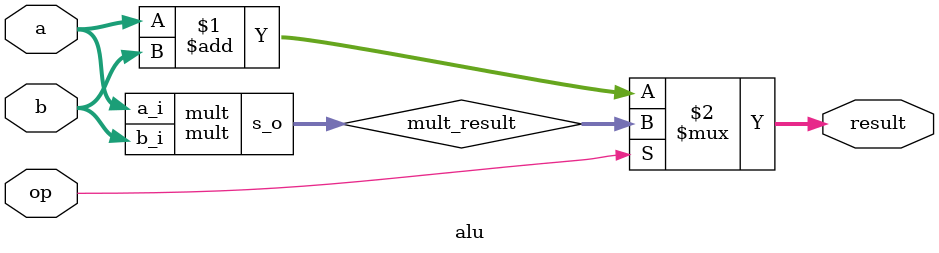
<source format=v>
module alu #(parameter W = 128)
  (input op, input [W-1:0] a, input [W-1:0] b, output [W-1:0] result);
  
  wire [W-1:0] mult_result;
  mult mult(.a_i(a), .b_i(b), .s_o(mult_result));

  assign result = op ? mult_result : a + b;

endmodule

(* blackbox *)
(* smtlib2_module *)
module mult #(parameter a_p = 128,
             parameter b_p = 128)
  (a_i, b_i, s_o);

  input [a_p-1:0] a_i;
  input [b_p-1:0] b_i;
  (* smtlib2_comb_expr = "(bvmul a_i b_i)" *)
  // output [(a_p + b_p)-1:0] s_o;
  output [a_p-1:0] s_o;

  assign s_o = a_i * b_i;

endmodule


</source>
